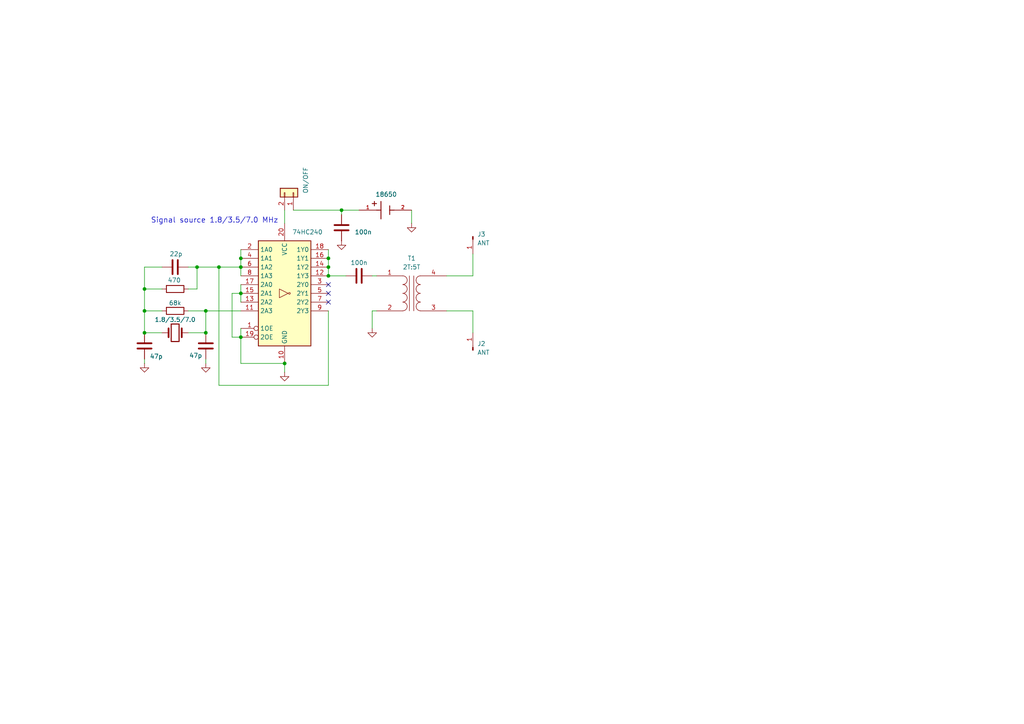
<source format=kicad_sch>
(kicad_sch (version 20231120) (generator "eeschema") (generator_version "8.0")
  (paper "A4")
  (lib_symbols
    (symbol "18650:BK-18650-PC2" (pin_names (offset 1.016))
      (property "Reference" "BT" (at -3.81 3.81 0))
      (property "Value" "BK-18650-PC2" (at -3.81 -5.08 0))
      (symbol "BK-18650-PC2_0_0"
        (polyline (pts (xy -3.81 1.905) (xy -2.54 1.905)) (stroke (width 0.254)))
        (polyline (pts (xy -3.175 2.54) (xy -3.175 1.27)) (stroke (width 0.254)))
        (polyline (pts (xy -1.27 0) (xy -2.54 0)) (stroke (width 0.254)))
        (polyline (pts (xy -1.27 0) (xy -1.27 -2.54)) (stroke (width 0.254)))
        (polyline (pts (xy -1.27 2.54) (xy -1.27 0)) (stroke (width 0.254)))
        (polyline (pts (xy 1.27 0) (xy 1.27 -1.27)) (stroke (width 0.254)))
        (polyline (pts (xy 1.27 0) (xy 2.54 0)) (stroke (width 0.254)))
        (polyline (pts (xy 1.27 1.27) (xy 1.27 0)) (stroke (width 0.254)))
        (pin passive line (at -7.62 0 0) (length 5.08) (name "~") (number "1"))
        (pin passive line (at 7.62 0 180) (length 5.08) (name "~") (number "2"))
      )
    )
    (symbol "74xx:74HC240"
      (property "Reference" "U" (at -7.62 16.51 0))
      (property "Value" "74HC240" (at -7.62 -16.51 0))
      (symbol "74HC240_1_0"
        (polyline (pts (xy 1.016 0) (xy -1.524 1.27) (xy -1.524 -1.27) (xy 1.016 0)) (stroke (width 0.1524)))
        (circle (center 1.397 0) (radius 0.254) (stroke (width 0.1524)))
        (pin input inverted (at -12.7 -10.16 0) (length 5.08) (name "1OE") (number "1"))
        (pin power_in line (at 0 -20.32 90) (length 5.08) (name "GND") (number "10"))
        (pin input line (at -12.7 -5.08 0) (length 5.08) (name "2A3") (number "11"))
        (pin tri_state line (at 12.7 5.08 180) (length 5.08) (name "1Y3") (number "12"))
        (pin input line (at -12.7 -2.54 0) (length 5.08) (name "2A2") (number "13"))
        (pin tri_state line (at 12.7 7.62 180) (length 5.08) (name "1Y2") (number "14"))
        (pin input line (at -12.7 0 0) (length 5.08) (name "2A1") (number "15"))
        (pin tri_state line (at 12.7 10.16 180) (length 5.08) (name "1Y1") (number "16"))
        (pin input line (at -12.7 2.54 0) (length 5.08) (name "2A0") (number "17"))
        (pin tri_state line (at 12.7 12.7 180) (length 5.08) (name "1Y0") (number "18"))
        (pin input inverted (at -12.7 -12.7 0) (length 5.08) (name "2OE") (number "19"))
        (pin input line (at -12.7 12.7 0) (length 5.08) (name "1A0") (number "2"))
        (pin power_in line (at 0 20.32 270) (length 5.08) (name "VCC") (number "20"))
        (pin tri_state line (at 12.7 2.54 180) (length 5.08) (name "2Y0") (number "3"))
        (pin input line (at -12.7 10.16 0) (length 5.08) (name "1A1") (number "4"))
        (pin tri_state line (at 12.7 0 180) (length 5.08) (name "2Y1") (number "5"))
        (pin input line (at -12.7 7.62 0) (length 5.08) (name "1A2") (number "6"))
        (pin tri_state line (at 12.7 -2.54 180) (length 5.08) (name "2Y2") (number "7"))
        (pin input line (at -12.7 5.08 0) (length 5.08) (name "1A3") (number "8"))
        (pin tri_state line (at 12.7 -5.08 180) (length 5.08) (name "2Y3") (number "9"))
      )
      (symbol "74HC240_1_1"
        (rectangle (start -7.62 15.24) (end 7.62 -15.24) (stroke (width 0.254)) (fill (type background)))
      )
    )
    (symbol "Connector:Conn_01x01_Pin" (pin_names (offset 1.016) hide)
      (property "Reference" "J" (at 0 2.54 0))
      (property "Value" "Conn_01x01_Pin" (at 0 -2.54 0))
      (symbol "Conn_01x01_Pin_1_1"
        (polyline (pts (xy 1.27 0) (xy 0.8636 0)) (stroke (width 0.1524)))
        (rectangle (start 0.8636 0.127) (end 0 -0.127) (stroke (width 0.1524)) (fill (type outline)))
        (pin passive line (at 5.08 0 180) (length 3.81) (name "Pin_1") (number "1"))
      )
    )
    (symbol "Connector_Generic:Conn_01x02" (pin_names (offset 1.016) hide)
      (property "Reference" "J" (at 0 2.54 0))
      (property "Value" "Conn_01x02" (at 0 -5.08 0))
      (symbol "Conn_01x02_1_1"
        (rectangle (start -1.27 -2.413) (end 0 -2.667) (stroke (width 0.1524)))
        (rectangle (start -1.27 0.127) (end 0 -0.127) (stroke (width 0.1524)))
        (rectangle (start -1.27 1.27) (end 1.27 -3.81) (stroke (width 0.254)) (fill (type background)))
        (pin passive line (at -5.08 0 0) (length 3.81) (name "Pin_1") (number "1"))
        (pin passive line (at -5.08 -2.54 0) (length 3.81) (name "Pin_2") (number "2"))
      )
    )
    (symbol "Device:C" (pin_numbers hide) (pin_names (offset 0.254))
      (property "Reference" "C" (at 0.635 2.54 0))
      (property "Value" "C" (at 0.635 -2.54 0))
      (symbol "C_0_1"
        (polyline (pts (xy -2.032 -0.762) (xy 2.032 -0.762)) (stroke (width 0.508)))
        (polyline (pts (xy -2.032 0.762) (xy 2.032 0.762)) (stroke (width 0.508)))
      )
      (symbol "C_1_1"
        (pin passive line (at 0 3.81 270) (length 2.794) (name "~") (number "1"))
        (pin passive line (at 0 -3.81 90) (length 2.794) (name "~") (number "2"))
      )
    )
    (symbol "Device:Crystal" (pin_numbers hide) (pin_names (offset 1.016) hide)
      (property "Reference" "Y" (at 0 3.81 0))
      (property "Value" "Crystal" (at 0 -3.81 0))
      (symbol "Crystal_0_1"
        (rectangle (start -1.143 2.54) (end 1.143 -2.54) (stroke (width 0.3048)))
        (polyline (pts (xy -2.54 0) (xy -1.905 0)))
        (polyline (pts (xy -1.905 -1.27) (xy -1.905 1.27)) (stroke (width 0.508)))
        (polyline (pts (xy 1.905 -1.27) (xy 1.905 1.27)) (stroke (width 0.508)))
        (polyline (pts (xy 2.54 0) (xy 1.905 0)))
      )
      (symbol "Crystal_1_1"
        (pin passive line (at -3.81 0 0) (length 1.27) (name "1") (number "1"))
        (pin passive line (at 3.81 0 180) (length 1.27) (name "2") (number "2"))
      )
    )
    (symbol "Device:R" (pin_numbers hide) (pin_names (offset 0))
      (property "Reference" "R" (at 2.032 0 90))
      (property "Value" "R" (at 0 0 90))
      (symbol "R_0_1"
        (rectangle (start -1.016 -2.54) (end 1.016 2.54) (stroke (width 0.254)))
      )
      (symbol "R_1_1"
        (pin passive line (at 0 3.81 270) (length 1.27) (name "~") (number "1"))
        (pin passive line (at 0 -3.81 90) (length 1.27) (name "~") (number "2"))
      )
    )
    (symbol "Device:Transformer_1P_1S" (pin_names (offset 1.016) hide)
      (property "Reference" "T" (at 0 6.35 0))
      (property "Value" "Transformer_1P_1S" (at 0 -7.62 0))
      (symbol "Transformer_1P_1S_0_1"
        (arc (start -2.54 -5.0546) (mid -1.6599 -4.6901) (end -1.27 -3.81))
        (arc (start -2.54 -2.5146) (mid -1.6599 -2.1501) (end -1.27 -1.27))
        (arc (start -2.54 0.0254) (mid -1.6599 0.3899) (end -1.27 1.27))
        (arc (start -2.54 2.5654) (mid -1.6599 2.9299) (end -1.27 3.81))
        (arc (start -1.27 -3.81) (mid -1.642 -2.912) (end -2.54 -2.54))
        (arc (start -1.27 -1.27) (mid -1.642 -0.372) (end -2.54 0))
        (arc (start -1.27 1.27) (mid -1.642 2.168) (end -2.54 2.54))
        (arc (start -1.27 3.81) (mid -1.642 4.708) (end -2.54 5.08))
        (polyline (pts (xy -0.635 5.08) (xy -0.635 -5.08)))
        (polyline (pts (xy 0.635 -5.08) (xy 0.635 5.08)))
        (arc (start 1.2954 -1.27) (mid 1.6599 -2.1501) (end 2.54 -2.5146))
        (arc (start 1.2954 1.27) (mid 1.6599 0.3899) (end 2.54 0.0254))
        (arc (start 1.2954 3.81) (mid 1.6599 2.9299) (end 2.54 2.5654))
        (arc (start 1.3208 -3.81) (mid 1.6853 -4.6901) (end 2.5654 -5.0546))
        (arc (start 2.54 0) (mid 1.642 -0.372) (end 1.2954 -1.27))
        (arc (start 2.54 2.54) (mid 1.642 2.168) (end 1.2954 1.27))
        (arc (start 2.54 5.08) (mid 1.642 4.708) (end 1.2954 3.81))
        (arc (start 2.5654 -2.54) (mid 1.6674 -2.912) (end 1.3208 -3.81))
      )
      (symbol "Transformer_1P_1S_1_1"
        (pin passive line (at -10.16 5.08 0) (length 7.62) (name "AA") (number "1"))
        (pin passive line (at -10.16 -5.08 0) (length 7.62) (name "AB") (number "2"))
        (pin passive line (at 10.16 -5.08 180) (length 7.62) (name "SA") (number "3"))
        (pin passive line (at 10.16 5.08 180) (length 7.62) (name "SB") (number "4"))
      )
    )
    (symbol "power:GND" (power) (pin_numbers hide) (pin_names (offset 0) hide)
      (property "Value" "GND" (at 0 -3.81 0))
      (symbol "GND_0_1"
        (polyline (pts (xy 0 0) (xy 0 -1.27) (xy 1.27 -1.27) (xy 0 -2.54) (xy -1.27 -1.27) (xy 0 -1.27)))
      )
      (symbol "GND_1_1"
        (pin power_in line (at 0 0 270) (length 0) (name "~") (number "1"))
      )
    )
  )
  (junction (at 63.5 77.47))
  (junction (at 41.91 90.17))
  (junction (at 69.85 97.79))
  (junction (at 41.91 83.82))
  (junction (at 99.06 60.96))
  (junction (at 57.15 77.47))
  (junction (at 59.69 90.17))
  (junction (at 95.25 74.93))
  (junction (at 95.25 77.47))
  (junction (at 69.85 74.93))
  (junction (at 95.25 80.01))
  (junction (at 69.85 85.09))
  (junction (at 82.55 105.41))
  (junction (at 41.91 96.52))
  (junction (at 59.69 96.52))
  (junction (at 69.85 77.47))
  (no_connect (at 95.25 82.55))
  (no_connect (at 95.25 85.09))
  (no_connect (at 95.25 87.63))
  (wire (pts (xy 119.38 60.96) (xy 119.38 64.77)))
  (wire (pts (xy 54.61 83.82) (xy 57.15 83.82)))
  (wire (pts (xy 95.25 74.93) (xy 95.25 77.47)))
  (wire (pts (xy 95.25 111.76) (xy 63.5 111.76)))
  (wire (pts (xy 69.85 97.79) (xy 69.85 105.41)))
  (wire (pts (xy 41.91 83.82) (xy 41.91 90.17)))
  (wire (pts (xy 46.99 77.47) (xy 41.91 77.47)))
  (wire (pts (xy 41.91 90.17) (xy 41.91 96.52)))
  (wire (pts (xy 82.55 105.41) (xy 82.55 107.95)))
  (wire (pts (xy 95.25 72.39) (xy 95.25 74.93)))
  (wire (pts (xy 69.85 85.09) (xy 67.31 85.09)))
  (wire (pts (xy 107.95 90.17) (xy 107.95 95.25)))
  (wire (pts (xy 95.25 77.47) (xy 95.25 80.01)))
  (wire (pts (xy 57.15 77.47) (xy 63.5 77.47)))
  (wire (pts (xy 85.09 60.96) (xy 99.06 60.96)))
  (wire (pts (xy 67.31 85.09) (xy 67.31 97.79)))
  (wire (pts (xy 54.61 77.47) (xy 57.15 77.47)))
  (wire (pts (xy 59.69 104.14) (xy 59.69 105.41)))
  (wire (pts (xy 41.91 96.52) (xy 46.99 96.52)))
  (wire (pts (xy 41.91 104.14) (xy 41.91 105.41)))
  (wire (pts (xy 69.85 77.47) (xy 69.85 74.93)))
  (wire (pts (xy 59.69 90.17) (xy 59.69 96.52)))
  (wire (pts (xy 46.99 83.82) (xy 41.91 83.82)))
  (wire (pts (xy 95.25 80.01) (xy 100.33 80.01)))
  (wire (pts (xy 63.5 77.47) (xy 63.5 111.76)))
  (wire (pts (xy 109.22 90.17) (xy 107.95 90.17)))
  (wire (pts (xy 69.85 85.09) (xy 69.85 87.63)))
  (wire (pts (xy 63.5 77.47) (xy 69.85 77.47)))
  (wire (pts (xy 129.54 90.17) (xy 137.16 90.17)))
  (wire (pts (xy 69.85 77.47) (xy 69.85 80.01)))
  (wire (pts (xy 137.16 73.66) (xy 137.16 80.01)))
  (wire (pts (xy 137.16 90.17) (xy 137.16 96.52)))
  (wire (pts (xy 95.25 90.17) (xy 95.25 111.76)))
  (wire (pts (xy 67.31 97.79) (xy 69.85 97.79)))
  (wire (pts (xy 54.61 90.17) (xy 59.69 90.17)))
  (wire (pts (xy 82.55 60.96) (xy 82.55 64.77)))
  (wire (pts (xy 57.15 83.82) (xy 57.15 77.47)))
  (wire (pts (xy 59.69 90.17) (xy 69.85 90.17)))
  (wire (pts (xy 69.85 95.25) (xy 69.85 97.79)))
  (wire (pts (xy 69.85 82.55) (xy 69.85 85.09)))
  (wire (pts (xy 69.85 105.41) (xy 82.55 105.41)))
  (wire (pts (xy 99.06 60.96) (xy 99.06 62.23)))
  (wire (pts (xy 99.06 60.96) (xy 104.14 60.96)))
  (wire (pts (xy 107.95 80.01) (xy 109.22 80.01)))
  (wire (pts (xy 41.91 77.47) (xy 41.91 83.82)))
  (wire (pts (xy 46.99 90.17) (xy 41.91 90.17)))
  (wire (pts (xy 129.54 80.01) (xy 137.16 80.01)))
  (wire (pts (xy 54.61 96.52) (xy 59.69 96.52)))
  (wire (pts (xy 69.85 72.39) (xy 69.85 74.93)))
  (text "Signal source 1.8/3.5/7.0 MHz" (at 62.23 64.008 0) (effects (font (size 1.524 1.524))))
  (symbol (lib_id "power:GND") (at 99.06 69.85 0) (unit 1)
    (property "Reference" "#PWR04" (effects (hide yes)))
    (property "Value" "GND" (effects (hide yes)))
    (property "Description" "Power symbol creates a global label with name \"GND\" , ground" (effects (hide yes)))
  )
  (symbol (lib_id "power:GND") (at 119.38 64.77 0) (unit 1)
    (property "Reference" "#PWR03" (effects (hide yes)))
    (property "Value" "GND" (effects (hide yes)))
    (property "Description" "Power symbol creates a global label with name \"GND\" , ground" (effects (hide yes)))
  )
  (symbol (lib_id "Device:C") (at 50.8 77.47 90) (unit 1)
    (property "Reference" "C3" (effects (hide yes)))
    (property "Value" "22p" (at 51.054 73.66 90))
    (property "Footprint" "Capacitor_SMD:C_1206_3216Metric" (effects (hide yes)))
    (property "Description" "Unpolarized capacitor" (effects (hide yes)))
  )
  (symbol (lib_id "Connector:Conn_01x01_Pin") (at 137.16 101.6 90) (unit 1)
    (property "Reference" "J2" (at 138.43 99.6949 90) (effects (justify right)))
    (property "Value" "ANT" (at 138.43 102.2349 90) (effects (justify right)))
    (property "Footprint" "Connector:Banana_Jack_1Pin" (effects (hide yes)))
    (property "Description" "Generic connector, single row, 01x01, script generated" (effects (hide yes)))
  )
  (symbol (lib_id "Device:Crystal") (at 50.8 96.52 0) (unit 1)
    (property "Reference" "Y1" (effects (hide yes)))
    (property "Value" "1.8/3.5/7.0" (at 50.8 92.71 0))
    (property "Footprint" "Crystal:Crystal_HC49-U_Vertical" (effects (hide yes)))
    (property "Description" "Two pin crystal" (effects (hide yes)))
  )
  (symbol (lib_id "Device:R") (at 50.8 90.17 90) (unit 1)
    (property "Reference" "R1" (effects (hide yes)))
    (property "Value" "68k" (at 50.8 87.884 90))
    (property "Footprint" "Resistor_SMD:R_1206_3216Metric" (effects (hide yes)))
    (property "Description" "Resistor" (effects (hide yes)))
  )
  (symbol (lib_id "power:GND") (at 59.69 105.41 0) (unit 1)
    (property "Reference" "#PWR06" (effects (hide yes)))
    (property "Value" "GND" (effects (hide yes)))
    (property "Description" "Power symbol creates a global label with name \"GND\" , ground" (effects (hide yes)))
  )
  (symbol (lib_id "Connector_Generic:Conn_01x02") (at 85.09 55.88 270) (mirror x) (unit 1)
    (property "Reference" "J1" (effects (hide yes)))
    (property "Value" "ON/OFF" (at 88.646 56.134 0) (effects (justify left)))
    (property "Footprint" "Connector_PinHeader_2.54mm:PinHeader_1x02_P2.54mm_Vertical" (effects (hide yes)))
    (property "Description" "Generic connector, single row, 01x02, script generated (kicad-library-utils/schlib/autogen/connector/)" (effects (hide yes)))
  )
  (symbol (lib_id "Device:R") (at 50.8 83.82 90) (unit 1)
    (property "Reference" "R2" (effects (hide yes)))
    (property "Value" "470" (at 50.546 81.28 90))
    (property "Footprint" "Resistor_SMD:R_1206_3216Metric" (effects (hide yes)))
    (property "Description" "Resistor" (effects (hide yes)))
  )
  (symbol (lib_id "74xx:74HC240") (at 82.55 85.09 0) (unit 1)
    (property "Reference" "U1" (effects (hide yes)))
    (property "Value" "74HC240" (at 84.7441 67.31 0) (effects (justify left)))
    (property "Footprint" "Package_DIP:DIP-20_W7.62mm_Socket_LongPads" (effects (hide yes)))
    (property "Datasheet" "https://assets.nexperia.com/documents/data-sheet/74HC_HCT240.pdf" (effects (hide yes)))
    (property "Description" "8-bit Buffer/Line Driver 3-state Inverting" (effects (hide yes)))
  )
  (symbol (lib_id "Device:C") (at 59.69 100.33 180) (unit 1)
    (property "Reference" "C5" (effects (hide yes)))
    (property "Value" "47p" (at 54.864 103.124 0) (effects (justify right)))
    (property "Footprint" "Capacitor_SMD:C_1206_3216Metric" (effects (hide yes)))
    (property "Description" "Unpolarized capacitor" (effects (hide yes)))
  )
  (symbol (lib_id "Device:Transformer_1P_1S") (at 119.38 85.09 0) (unit 1)
    (property "Reference" "T1" (at 119.3927 74.93 0))
    (property "Value" "2T:5T" (at 119.3927 77.47 0))
    (property "Footprint" "50474C:Transformer_BN73-202" (effects (hide yes)))
    (property "Description" "Transformer, single primary, single secondary" (effects (hide yes)))
  )
  (symbol (lib_id "power:GND") (at 107.95 95.25 0) (unit 1)
    (property "Reference" "#PWR02" (effects (hide yes)))
    (property "Value" "GND" (effects (hide yes)))
    (property "Description" "Power symbol creates a global label with name \"GND\" , ground" (effects (hide yes)))
  )
  (symbol (lib_id "power:GND") (at 41.91 105.41 0) (unit 1)
    (property "Reference" "#PWR05" (effects (hide yes)))
    (property "Value" "GND" (effects (hide yes)))
    (property "Description" "Power symbol creates a global label with name \"GND\" , ground" (effects (hide yes)))
  )
  (symbol (lib_id "Device:C") (at 104.14 80.01 90) (unit 1)
    (property "Reference" "C1" (effects (hide yes)))
    (property "Value" "100n" (at 104.14 76.2 90))
    (property "Footprint" "Capacitor_SMD:C_1206_3216Metric" (effects (hide yes)))
    (property "Description" "Unpolarized capacitor" (effects (hide yes)))
  )
  (symbol (lib_id "18650:BK-18650-PC2") (at 111.76 60.96 0) (unit 1)
    (property "Reference" "BT2" (effects (hide yes)))
    (property "Value" "18650" (at 112.014 56.388 0))
    (property "Footprint" "BK-18650-PC2:BAT_BK-18650-PC2" (effects (hide yes)))
    (property "MF" "MPD" (effects (hide yes)))
    (property "MAXIMUM_PACKAGE_HEIGHT" "21.41 mm" (effects (hide yes)))
    (property "Package" "None" (effects (hide yes)))
    (property "Price" "None" (effects (hide yes)))
    (property "Check_prices" "https://www.snapeda.com/parts/BK-18650-PC2/MPD/view-part/?ref=eda" (effects (hide yes)))
    (property "STANDARD" "Manufacturer Recommendations" (effects (hide yes)))
    (property "PARTREV" "F" (effects (hide yes)))
    (property "SnapEDA_Link" "https://www.snapeda.com/parts/BK-18650-PC2/MPD/view-part/?ref=snap" (effects (hide yes)))
    (property "MP" "BK-18650-PC2" (effects (hide yes)))
    (property "Description_1" "\n                        \n                            Battery Holder (Open) 18650 1 Cell PC Pin\n                        \n" (effects (hide yes)))
    (property "Availability" "In Stock" (effects (hide yes)))
    (property "MANUFACTURER" "MPD" (effects (hide yes)))
  )
  (symbol (lib_id "Device:C") (at 41.91 100.33 180) (unit 1)
    (property "Reference" "C4" (effects (hide yes)))
    (property "Value" "47p" (at 43.434 103.378 0) (effects (justify right)))
    (property "Footprint" "Capacitor_SMD:C_1206_3216Metric" (effects (hide yes)))
    (property "Description" "Unpolarized capacitor" (effects (hide yes)))
  )
  (symbol (lib_id "Device:C") (at 99.06 66.04 180) (unit 1)
    (property "Reference" "C2" (effects (hide yes)))
    (property "Value" "100n" (at 102.87 67.3099 0) (effects (justify right)))
    (property "Footprint" "Capacitor_SMD:C_1206_3216Metric" (effects (hide yes)))
    (property "Description" "Unpolarized capacitor" (effects (hide yes)))
  )
  (symbol (lib_id "power:GND") (at 82.55 107.95 0) (unit 1)
    (property "Reference" "#PWR01" (effects (hide yes)))
    (property "Value" "GND" (effects (hide yes)))
    (property "Description" "Power symbol creates a global label with name \"GND\" , ground" (effects (hide yes)))
  )
  (symbol (lib_id "Connector:Conn_01x01_Pin") (at 137.16 68.58 270) (unit 1)
    (property "Reference" "J3" (at 138.43 67.9449 90) (effects (justify left)))
    (property "Value" "ANT" (at 138.43 70.4849 90) (effects (justify left)))
    (property "Footprint" "Connector:Banana_Jack_1Pin" (effects (hide yes)))
    (property "Description" "Generic connector, single row, 01x01, script generated" (effects (hide yes)))
  )
)
</source>
